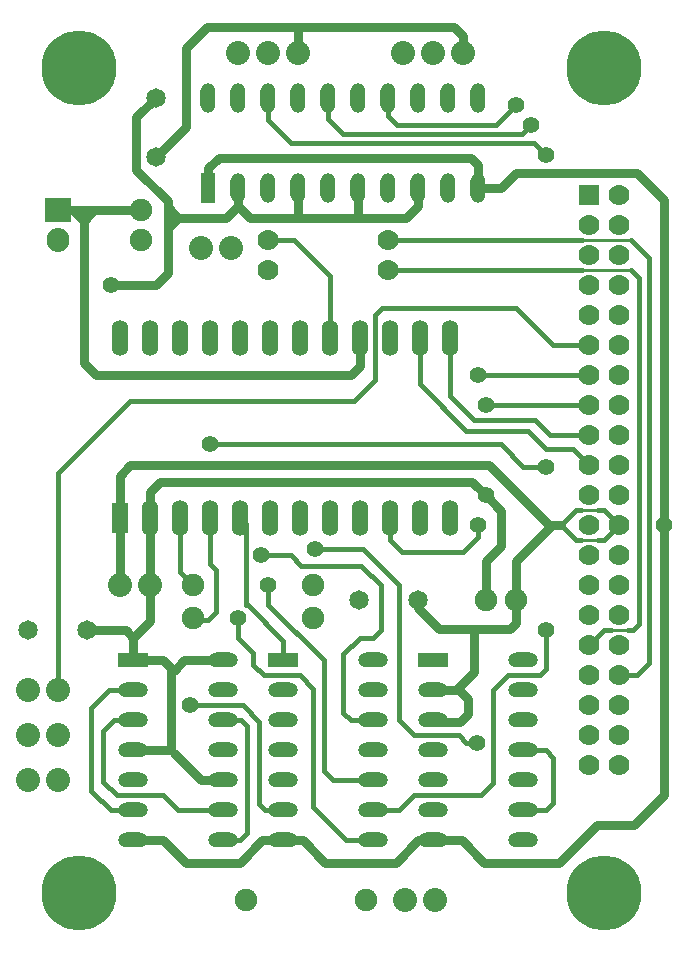
<source format=gtl>
G04 Layer_Physical_Order=1*
G04 Layer_Color=255*
%FSLAX25Y25*%
%MOIN*%
G70*
G01*
G75*
%ADD10C,0.03000*%
%ADD11C,0.01500*%
%ADD12C,0.01000*%
%ADD13R,0.08500X0.08000*%
%ADD14O,0.07600X0.08000*%
%ADD15R,0.05000X0.10000*%
%ADD16O,0.05000X0.10000*%
%ADD17O,0.05512X0.12000*%
%ADD18R,0.05512X0.10000*%
%ADD19C,0.06500*%
%ADD20C,0.07500*%
%ADD21C,0.08000*%
%ADD22O,0.10000X0.05000*%
%ADD23R,0.10000X0.05000*%
%ADD24C,0.25000*%
%ADD25C,0.07000*%
%ADD26R,0.07000X0.07000*%
%ADD27C,0.05512*%
D10*
X527500Y382500D02*
X543500D01*
X524000Y379000D02*
X527500Y382500D01*
X543500D02*
X547500Y386500D01*
Y392500D01*
X541000Y402500D02*
X625000D01*
X622500Y437500D02*
X623000D01*
X522500Y235000D02*
X525000Y232500D01*
Y205000D02*
Y232500D01*
X585000Y330000D02*
X588000Y333000D01*
X500000Y330000D02*
X585000D01*
X520000Y360000D02*
X524000Y364000D01*
X529500Y235000D02*
X542500D01*
X526000Y231500D02*
X529500Y235000D01*
X512500D02*
X522500D01*
X631000Y300000D02*
X651000Y280000D01*
X511500Y300000D02*
X631000D01*
X508000Y296500D02*
X511500Y300000D01*
X625500Y294500D02*
X630000Y290000D01*
X521500Y294500D02*
X625500D01*
X518000Y291000D02*
X521500Y294500D01*
X689500Y280000D02*
Y388500D01*
X680500Y397500D02*
X689500Y388500D01*
Y190000D02*
Y280000D01*
X679500Y180000D02*
X689500Y190000D01*
X512500Y205000D02*
X525000D01*
X526000Y204000D02*
X535000Y195000D01*
X542500D01*
X530000Y167500D02*
X548000D01*
X555500Y175000D01*
X522500D02*
X530000Y167500D01*
X612500Y215000D02*
X613000Y214500D01*
X621500D01*
X624000Y217000D01*
Y222000D01*
X621000Y225000D02*
X624000Y222000D01*
X620000Y225000D02*
X621000D01*
X626500Y245500D02*
X638000D01*
X614500D02*
X626500D01*
X626000Y245000D02*
X626500Y245500D01*
X626000Y231000D02*
Y245000D01*
X620000Y225000D02*
X626000Y231000D01*
X612500Y225000D02*
X620000D01*
X607500Y252500D02*
Y255000D01*
Y252500D02*
X614500Y245500D01*
X638000D02*
X640000Y247500D01*
Y255000D01*
X635125Y273125D02*
Y284875D01*
X630000Y268000D02*
X635125Y273125D01*
X630000Y290000D02*
X635125Y284875D01*
X667000Y180000D02*
X679500D01*
X654500Y167500D02*
X667000Y180000D01*
X629500Y167500D02*
X654500D01*
X622000Y175000D02*
X629500Y167500D01*
X612500Y175000D02*
X622000D01*
X607500D02*
X612500D01*
X600000Y167500D02*
X607500Y175000D01*
X576500Y167500D02*
X600000D01*
X569000Y175000D02*
X576500Y167500D01*
X562500Y175000D02*
X569000D01*
X555500D02*
X562500D01*
X512500D02*
X522500D01*
X518000Y248000D02*
Y260000D01*
X512500Y242500D02*
X518000Y248000D01*
X512500Y235000D02*
Y242500D01*
X510000Y245000D02*
X512500Y242500D01*
X497500Y245000D02*
X510000D01*
X518000Y260000D02*
Y282500D01*
X508000Y260000D02*
Y282500D01*
X518000D02*
Y291000D01*
X652000Y280000D02*
X655000D01*
X651000D02*
X652000D01*
X640000Y268000D02*
X652000Y280000D01*
X508000Y282500D02*
Y296500D01*
X630000Y255000D02*
Y268000D01*
X640000Y255000D02*
Y268000D01*
X588000Y333000D02*
Y342500D01*
X496000Y334000D02*
X500000Y330000D01*
X496000Y381500D02*
X499500Y385000D01*
X496000Y334000D02*
Y381500D01*
Y385000D01*
X499500D01*
X515000D01*
X492500D02*
X496000Y381500D01*
X487500Y385000D02*
X492500D01*
X496000D01*
X505000Y360000D02*
X520000D01*
X627500Y392500D02*
X635000D01*
X640000Y397500D01*
X627500Y392500D02*
Y400000D01*
X625000Y402500D02*
X627500Y400000D01*
X537500Y392500D02*
Y399000D01*
X541000Y402500D01*
X640000Y397500D02*
X680500D01*
X547500Y386500D02*
X551500Y382500D01*
X567500D01*
Y392500D01*
Y382500D02*
X587500D01*
Y392500D01*
X607500Y386500D02*
Y392500D01*
X603500Y382500D02*
X607500Y386500D01*
X587500Y382500D02*
X603500D01*
X622500Y437500D02*
Y443000D01*
X619500Y446000D02*
X622500Y443000D01*
X567500Y446000D02*
X619500D01*
X567500Y437500D02*
Y446000D01*
X537000D02*
X567500D01*
X530000Y439000D02*
X537000Y446000D01*
X513500Y416000D02*
X520000Y422500D01*
X513500Y398500D02*
Y416000D01*
Y398500D02*
X524000Y388000D01*
X520000Y402814D02*
X530000Y412814D01*
Y439000D01*
X524000Y386000D02*
X527500Y382500D01*
X524000D02*
Y386000D01*
Y388000D01*
Y382500D02*
X527500D01*
X524000Y364000D02*
Y379000D01*
Y382500D01*
D11*
X646000Y407500D02*
X650000Y403500D01*
X565000Y407500D02*
X646000D01*
X557500Y415000D02*
X565000Y407500D01*
X642000Y410500D02*
X645000Y413500D01*
X582500Y410500D02*
X642000D01*
X577500Y415500D02*
X582500Y410500D01*
X623500Y207500D02*
X627000D01*
X621000Y210000D02*
X623500Y207500D01*
X531500Y220000D02*
X549000D01*
X593000Y328500D02*
Y350000D01*
X528000Y264500D02*
X532500Y260000D01*
X557500Y253500D02*
X576000Y235000D01*
X557500Y253500D02*
Y260000D01*
X550000Y253450D02*
Y280500D01*
Y253450D02*
X550550D01*
X548000Y282500D02*
X550000Y280500D01*
X562500Y235000D02*
Y241500D01*
X550550Y253450D02*
X562500Y241500D01*
X547500Y242500D02*
Y249000D01*
X650000Y232000D02*
Y245000D01*
X648000Y230000D02*
X650000Y232000D01*
X637500Y230000D02*
X648000D01*
X632500Y225000D02*
X637500Y230000D01*
X588000Y242500D02*
X592500D01*
X582500Y237000D02*
X588000Y242500D01*
X582500Y217500D02*
Y237000D01*
X572900Y272000D02*
X589000D01*
X576000Y198000D02*
Y235000D01*
X585000Y215000D02*
X592500D01*
X582500Y217500D02*
X585000Y215000D01*
X592500Y242500D02*
X595000Y245000D01*
Y260000D01*
X588500Y266500D02*
X595000Y260000D01*
X568500Y266500D02*
X588500D01*
X565000Y270000D02*
X568500Y266500D01*
X555000Y270000D02*
X565000D01*
X601000Y215000D02*
Y260000D01*
Y215000D02*
X606000Y210000D01*
X589000Y272000D02*
X601000Y260000D01*
X538000Y267000D02*
X540000Y265000D01*
Y251000D02*
Y265000D01*
X537500Y248500D02*
X540000Y251000D01*
X538000Y267000D02*
Y282500D01*
X556000Y230000D02*
X568000D01*
X552500Y233500D02*
X556000Y230000D01*
X552500Y233500D02*
Y237500D01*
X572500Y186000D02*
Y225500D01*
X568000Y230000D02*
X572500Y225500D01*
X547500Y242500D02*
X552500Y237500D01*
X601000Y185000D02*
X606000Y190000D01*
X592500Y185000D02*
X601000D01*
X606000Y190000D02*
X628500D01*
X632500Y194000D02*
Y225000D01*
X628500Y190000D02*
X632500Y194000D01*
X554500Y187000D02*
Y214500D01*
X549000Y220000D02*
X554500Y214500D01*
X550500Y177500D02*
Y213000D01*
X548000Y175000D02*
X550500Y177500D01*
X542500Y175000D02*
X548000D01*
X548500Y215000D02*
X550500Y213000D01*
X542500Y215000D02*
X548500D01*
X527500Y185000D02*
X542500D01*
X522500Y190000D02*
X527500Y185000D01*
X507000Y190000D02*
X522500D01*
X502500Y211500D02*
X506000Y215000D01*
X502500Y194500D02*
Y211500D01*
Y194500D02*
X507000Y190000D01*
X506000Y215000D02*
X512500D01*
X504500Y225000D02*
X512500D01*
X498500Y219000D02*
X504500Y225000D01*
X498500Y191500D02*
Y219000D01*
Y191500D02*
X505000Y185000D01*
X684500Y234000D02*
Y369000D01*
X680500Y230000D02*
X684500Y234000D01*
X678500Y365000D02*
X681000Y362500D01*
Y247000D02*
Y362500D01*
X679000Y245000D02*
X681000Y247000D01*
X606000Y210000D02*
X621000D01*
X674500Y230000D02*
X680500D01*
X677500Y245000D02*
X679000D01*
X669500D02*
X671722D01*
X664500Y240000D02*
X669500Y245000D01*
X576000Y198000D02*
X579000Y195000D01*
X592500D01*
X554500Y187000D02*
X556500Y185000D01*
X562500D01*
X572500Y186000D02*
X583500Y175000D01*
X592500D01*
X487500Y297500D02*
X511500Y321500D01*
X487500Y225000D02*
Y297500D01*
X642500Y205000D02*
X650000D01*
X652500Y202500D01*
Y187500D02*
Y202500D01*
X650000Y185000D02*
X652500Y187500D01*
X642500Y185000D02*
X650000D01*
X528000Y264500D02*
Y282500D01*
X505000Y185000D02*
X512500D01*
X511500Y321500D02*
X586000D01*
X593000Y328500D01*
X655000Y280000D02*
X660000Y285000D01*
X655000Y280000D02*
X660000Y275000D01*
X627500Y276000D02*
Y280000D01*
X622500Y271000D02*
X627500Y276000D01*
X602000Y271000D02*
X622500D01*
X598000Y275000D02*
X602000Y271000D01*
X598000Y275000D02*
Y282500D01*
X659000Y305500D02*
X664500Y300000D01*
X652500Y340000D02*
X664500D01*
X669500Y285000D02*
X674500Y280000D01*
X667278Y285000D02*
X669500D01*
Y275000D02*
X674500Y280000D01*
X667278Y275000D02*
X669500D01*
X660000Y285000D02*
X661722D01*
X660000Y275000D02*
X661722D01*
X597500Y365000D02*
X662000D01*
X678500Y375000D02*
X684500Y369000D01*
X597500Y375000D02*
X662000D01*
X578000Y342500D02*
Y363000D01*
X566000Y375000D02*
X578000Y363000D01*
X557500Y375000D02*
X566000D01*
X627500Y330000D02*
X664500D01*
X630000Y320000D02*
X664500D01*
X608000Y327000D02*
Y342500D01*
Y327000D02*
X623500Y311500D01*
X593000Y350000D02*
X595500Y352500D01*
X640000D01*
X652500Y340000D01*
X532500Y248500D02*
X537500D01*
X645000Y412500D02*
Y413500D01*
X597500Y416500D02*
Y422500D01*
Y416500D02*
X600500Y413500D01*
X633500D01*
X577500Y415500D02*
Y422500D01*
X557500Y415000D02*
Y422500D01*
X633500Y413500D02*
X640000Y420000D01*
X618000Y323000D02*
Y342500D01*
Y323000D02*
X626000Y315000D01*
X623500Y311500D02*
X644000D01*
X650000Y305500D01*
X659000D01*
X626000Y315000D02*
X646500D01*
X651500Y310000D01*
X664500D01*
X538000Y307000D02*
X635000D01*
X642500Y299500D01*
X650000D01*
D12*
X662000Y365000D02*
X678500D01*
X671722Y245000D02*
X677500D01*
X661722Y275000D02*
X667278D01*
X661722Y285000D02*
X667278D01*
X662000Y375000D02*
X678500D01*
D13*
X487500Y385000D02*
D03*
D14*
Y375000D02*
D03*
D15*
X537500Y392500D02*
D03*
D16*
X547500D02*
D03*
X557500D02*
D03*
X567500D02*
D03*
X577500D02*
D03*
X587500D02*
D03*
X597500D02*
D03*
X607500D02*
D03*
X617500D02*
D03*
X627500D02*
D03*
Y422500D02*
D03*
X617500D02*
D03*
X607500D02*
D03*
X597500D02*
D03*
X587500D02*
D03*
X577500D02*
D03*
X567500D02*
D03*
X557500D02*
D03*
X547500D02*
D03*
X537500D02*
D03*
D17*
X508000Y342500D02*
D03*
X518000D02*
D03*
X528000D02*
D03*
X538000D02*
D03*
X548000D02*
D03*
X558000D02*
D03*
X568000D02*
D03*
X578000D02*
D03*
X588000D02*
D03*
X598000D02*
D03*
X608000D02*
D03*
X618000D02*
D03*
Y282500D02*
D03*
X608000D02*
D03*
X598000D02*
D03*
X588000D02*
D03*
X578000D02*
D03*
X568000D02*
D03*
X558000D02*
D03*
X548000D02*
D03*
X538000D02*
D03*
X528000D02*
D03*
X518000D02*
D03*
D18*
X508000D02*
D03*
D19*
X520000Y402814D02*
D03*
Y422500D02*
D03*
X477500Y245000D02*
D03*
X497186D02*
D03*
X607500Y255000D02*
D03*
X587814D02*
D03*
D20*
X532500Y249000D02*
D03*
X572500D02*
D03*
X550000Y155000D02*
D03*
X590000D02*
D03*
X572500Y260000D02*
D03*
X532500D02*
D03*
X515000Y375000D02*
D03*
Y385000D02*
D03*
X630000Y255000D02*
D03*
X640000D02*
D03*
D21*
X487500Y195000D02*
D03*
X477500D02*
D03*
X487500Y210000D02*
D03*
X477500D02*
D03*
X487500Y225000D02*
D03*
X477500D02*
D03*
X508000Y260000D02*
D03*
X518000D02*
D03*
X613000Y155000D02*
D03*
X603000D02*
D03*
X545000Y372500D02*
D03*
X535000D02*
D03*
X612500Y437500D02*
D03*
X602500D02*
D03*
X622500D02*
D03*
X557500D02*
D03*
X547500D02*
D03*
X567500D02*
D03*
D22*
X642500Y235000D02*
D03*
Y225000D02*
D03*
Y215000D02*
D03*
Y205000D02*
D03*
Y195000D02*
D03*
Y185000D02*
D03*
Y175000D02*
D03*
X612500D02*
D03*
Y185000D02*
D03*
Y195000D02*
D03*
Y205000D02*
D03*
Y215000D02*
D03*
Y225000D02*
D03*
X592500Y235000D02*
D03*
Y225000D02*
D03*
Y215000D02*
D03*
Y205000D02*
D03*
Y195000D02*
D03*
Y185000D02*
D03*
Y175000D02*
D03*
X562500D02*
D03*
Y185000D02*
D03*
Y195000D02*
D03*
Y205000D02*
D03*
Y215000D02*
D03*
Y225000D02*
D03*
X542500Y235000D02*
D03*
Y225000D02*
D03*
Y215000D02*
D03*
Y205000D02*
D03*
Y195000D02*
D03*
Y185000D02*
D03*
Y175000D02*
D03*
X512500D02*
D03*
Y185000D02*
D03*
Y195000D02*
D03*
Y205000D02*
D03*
Y215000D02*
D03*
Y225000D02*
D03*
D23*
X612500Y235000D02*
D03*
X562500D02*
D03*
X512500D02*
D03*
D24*
X669500Y157500D02*
D03*
Y432500D02*
D03*
X494500D02*
D03*
Y157500D02*
D03*
D25*
X674500Y200000D02*
D03*
X664500D02*
D03*
X674500Y210000D02*
D03*
X664500D02*
D03*
X674500Y220000D02*
D03*
X664500D02*
D03*
X674500Y230000D02*
D03*
X664500D02*
D03*
X674500Y240000D02*
D03*
X664500D02*
D03*
X674500Y250000D02*
D03*
X664500D02*
D03*
X674500Y260000D02*
D03*
X664500D02*
D03*
X674500Y270000D02*
D03*
X664500D02*
D03*
X674500Y280000D02*
D03*
X664500D02*
D03*
X674500Y290000D02*
D03*
X664500D02*
D03*
X674500Y300000D02*
D03*
X664500D02*
D03*
X674500Y310000D02*
D03*
X664500D02*
D03*
X674500Y320000D02*
D03*
X664500D02*
D03*
X674500Y330000D02*
D03*
X664500D02*
D03*
X674500Y340000D02*
D03*
X664500D02*
D03*
X674500Y350000D02*
D03*
X664500D02*
D03*
X674500Y360000D02*
D03*
X664500D02*
D03*
X674500Y370000D02*
D03*
X664500D02*
D03*
X674500Y380000D02*
D03*
X664500D02*
D03*
X674500Y390000D02*
D03*
X597500Y365000D02*
D03*
X557500D02*
D03*
Y375000D02*
D03*
X597500D02*
D03*
D26*
X664500Y390000D02*
D03*
D27*
X627000Y207500D02*
D03*
X531500Y220000D02*
D03*
X538000Y307000D02*
D03*
X557500Y260000D02*
D03*
X547500Y249000D02*
D03*
X650000Y245000D02*
D03*
X572900Y272000D02*
D03*
X555000Y270000D02*
D03*
X689500Y280000D02*
D03*
X630000Y290000D02*
D03*
X627500Y280000D02*
D03*
X650000Y299500D02*
D03*
X505000Y360000D02*
D03*
X627500Y330000D02*
D03*
X630000Y320000D02*
D03*
X645000Y413500D02*
D03*
X650000Y403500D02*
D03*
X640000Y420000D02*
D03*
M02*

</source>
